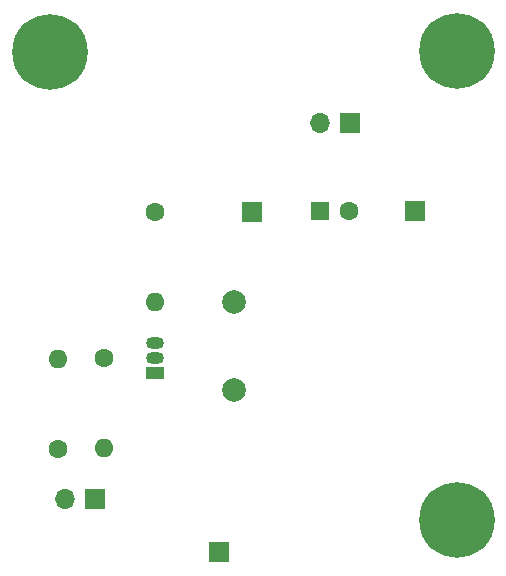
<source format=gts>
G04 #@! TF.GenerationSoftware,KiCad,Pcbnew,(5.1.10)-1*
G04 #@! TF.CreationDate,2023-08-02T14:16:35+03:00*
G04 #@! TF.ProjectId,hv_cct,68765f63-6374-42e6-9b69-6361645f7063,rev?*
G04 #@! TF.SameCoordinates,Original*
G04 #@! TF.FileFunction,Soldermask,Top*
G04 #@! TF.FilePolarity,Negative*
%FSLAX46Y46*%
G04 Gerber Fmt 4.6, Leading zero omitted, Abs format (unit mm)*
G04 Created by KiCad (PCBNEW (5.1.10)-1) date 2023-08-02 14:16:35*
%MOMM*%
%LPD*%
G01*
G04 APERTURE LIST*
%ADD10C,6.400000*%
%ADD11C,2.000000*%
%ADD12O,1.600000X1.600000*%
%ADD13C,1.600000*%
%ADD14O,1.700000X1.700000*%
%ADD15R,1.700000X1.700000*%
%ADD16R,1.500000X1.050000*%
%ADD17O,1.500000X1.050000*%
%ADD18R,1.600000X1.600000*%
G04 APERTURE END LIST*
D10*
X187706000Y-71018400D03*
X222148400Y-110642400D03*
X222148400Y-70967600D03*
D11*
X203276200Y-99702000D03*
X203276200Y-92202000D03*
D12*
X196621400Y-92202000D03*
D13*
X196621400Y-84582000D03*
D12*
X192252600Y-104597200D03*
D13*
X192252600Y-96977200D03*
D12*
X188366400Y-97028000D03*
D13*
X188366400Y-104648000D03*
D14*
X210616800Y-77063600D03*
D15*
X213156800Y-77063600D03*
X218592400Y-84556600D03*
X204851000Y-84607400D03*
X202006200Y-113411000D03*
D14*
X189001400Y-108889800D03*
D15*
X191541400Y-108889800D03*
D16*
X196596000Y-98221800D03*
D17*
X196596000Y-95681800D03*
X196596000Y-96951800D03*
D13*
X213066000Y-84531200D03*
D18*
X210566000Y-84531200D03*
M02*

</source>
